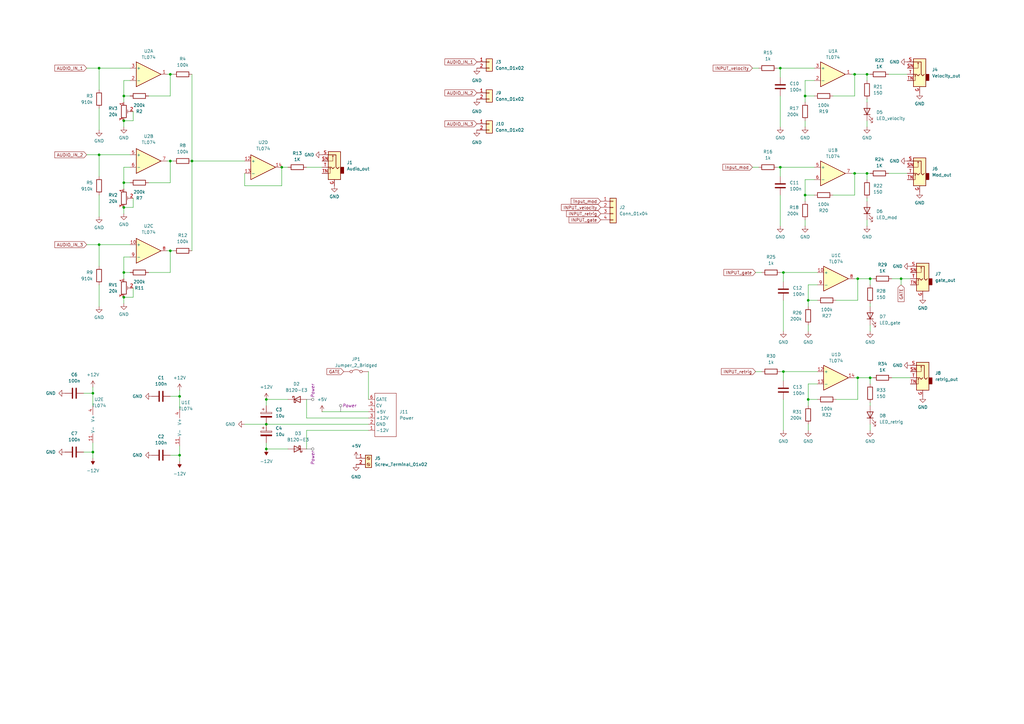
<source format=kicad_sch>
(kicad_sch (version 20231120) (generator "eeschema") (generator_version "8.0")
  (paper "A3")
  (lib_symbols
    (symbol "Amplifier_Operational:TL074" (pin_names (offset 0.127))
      (property "Reference" "U" (at 0 5.08 0))
      (property "Value" "TL074" (at 0 -5.08 0))
      (symbol "TL074_1_1"
        (polyline (pts (xy -5.08 5.08) (xy 5.08 0) (xy -5.08 -5.08) (xy -5.08 5.08)) (stroke (width 0.254)) (fill (type background)))
        (pin output line (at 7.62 0 180) (length 2.54) (name "~") (number "1"))
        (pin input line (at -7.62 -2.54 0) (length 2.54) (name "-") (number "2"))
        (pin input line (at -7.62 2.54 0) (length 2.54) (name "+") (number "3"))
      )
      (symbol "TL074_2_1"
        (polyline (pts (xy -5.08 5.08) (xy 5.08 0) (xy -5.08 -5.08) (xy -5.08 5.08)) (stroke (width 0.254)) (fill (type background)))
        (pin input line (at -7.62 2.54 0) (length 2.54) (name "+") (number "5"))
        (pin input line (at -7.62 -2.54 0) (length 2.54) (name "-") (number "6"))
        (pin output line (at 7.62 0 180) (length 2.54) (name "~") (number "7"))
      )
      (symbol "TL074_3_1"
        (polyline (pts (xy -5.08 5.08) (xy 5.08 0) (xy -5.08 -5.08) (xy -5.08 5.08)) (stroke (width 0.254)) (fill (type background)))
        (pin input line (at -7.62 2.54 0) (length 2.54) (name "+") (number "10"))
        (pin output line (at 7.62 0 180) (length 2.54) (name "~") (number "8"))
        (pin input line (at -7.62 -2.54 0) (length 2.54) (name "-") (number "9"))
      )
      (symbol "TL074_4_1"
        (polyline (pts (xy -5.08 5.08) (xy 5.08 0) (xy -5.08 -5.08) (xy -5.08 5.08)) (stroke (width 0.254)) (fill (type background)))
        (pin input line (at -7.62 2.54 0) (length 2.54) (name "+") (number "12"))
        (pin input line (at -7.62 -2.54 0) (length 2.54) (name "-") (number "13"))
        (pin output line (at 7.62 0 180) (length 2.54) (name "~") (number "14"))
      )
      (symbol "TL074_5_1"
        (pin power_in line (at -2.54 -7.62 90) (length 3.81) (name "V-") (number "11"))
        (pin power_in line (at -2.54 7.62 270) (length 3.81) (name "V+") (number "4"))
      )
    )
    (symbol "Connector:Screw_Terminal_01x02" (pin_names (offset 1.016) hide)
      (property "Reference" "J" (at 0 2.54 0))
      (property "Value" "Screw_Terminal_01x02" (at 0 -5.08 0))
      (symbol "Screw_Terminal_01x02_1_1"
        (rectangle (start -1.27 1.27) (end 1.27 -3.81) (stroke (width 0.254)) (fill (type background)))
        (circle (center 0 -2.54) (radius 0.635) (stroke (width 0.1524)))
        (polyline (pts (xy -0.5334 -2.2098) (xy 0.3302 -3.048)) (stroke (width 0.1524)))
        (polyline (pts (xy -0.5334 0.3302) (xy 0.3302 -0.508)) (stroke (width 0.1524)))
        (polyline (pts (xy -0.3556 -2.032) (xy 0.508 -2.8702)) (stroke (width 0.1524)))
        (polyline (pts (xy -0.3556 0.508) (xy 0.508 -0.3302)) (stroke (width 0.1524)))
        (circle (center 0 0) (radius 0.635) (stroke (width 0.1524)))
        (pin passive line (at -5.08 0 0) (length 3.81) (name "Pin_1") (number "1"))
        (pin passive line (at -5.08 -2.54 0) (length 3.81) (name "Pin_2") (number "2"))
      )
    )
    (symbol "Connector_Audio:AudioJack2_Ground_Switch"
      (property "Reference" "J" (at 0 11.43 0))
      (property "Value" "AudioJack2_Ground_Switch" (at 0 8.89 0))
      (symbol "AudioJack2_Ground_Switch_0_1"
        (rectangle (start -2.54 -2.54) (end -3.81 0) (stroke (width 0.254)) (fill (type outline)))
        (rectangle (start 2.54 6.35) (end -2.54 -5.08) (stroke (width 0.254)) (fill (type background)))
      )
      (symbol "AudioJack2_Ground_Switch_1_1"
        (polyline (pts (xy 0.635 4.826) (xy 0.889 4.318)))
        (polyline (pts (xy 1.778 -0.254) (xy 2.032 -0.762)))
        (polyline (pts (xy 0 0) (xy 0.635 -0.635) (xy 1.27 0) (xy 2.54 0)) (stroke (width 0.254)))
        (polyline (pts (xy 2.54 -2.54) (xy 1.778 -2.54) (xy 1.778 -0.254) (xy 1.524 -0.762)))
        (polyline (pts (xy 2.54 2.54) (xy 0.635 2.54) (xy 0.635 4.826) (xy 0.381 4.318)))
        (polyline (pts (xy 2.54 5.08) (xy -0.635 5.08) (xy -0.635 0) (xy -1.27 -0.635) (xy -1.905 0)) (stroke (width 0.254)))
        (pin passive line (at 0 -7.62 90) (length 2.54) (name "~") (number "G"))
        (pin passive line (at 5.08 5.08 180) (length 2.54) (name "~") (number "S"))
        (pin passive line (at 5.08 2.54 180) (length 2.54) (name "~") (number "SN"))
        (pin passive line (at 5.08 0 180) (length 2.54) (name "~") (number "T"))
        (pin passive line (at 5.08 -2.54 180) (length 2.54) (name "~") (number "TN"))
      )
    )
    (symbol "Connector_Generic:Conn_01x02" (pin_names (offset 1.016) hide)
      (property "Reference" "J" (at 0 2.54 0))
      (property "Value" "Conn_01x02" (at 0 -5.08 0))
      (symbol "Conn_01x02_1_1"
        (rectangle (start -1.27 -2.413) (end 0 -2.667) (stroke (width 0.1524)))
        (rectangle (start -1.27 0.127) (end 0 -0.127) (stroke (width 0.1524)))
        (rectangle (start -1.27 1.27) (end 1.27 -3.81) (stroke (width 0.254)) (fill (type background)))
        (pin passive line (at -5.08 0 0) (length 3.81) (name "Pin_1") (number "1"))
        (pin passive line (at -5.08 -2.54 0) (length 3.81) (name "Pin_2") (number "2"))
      )
    )
    (symbol "Connector_Generic:Conn_01x04" (pin_names (offset 1.016) hide)
      (property "Reference" "J" (at 0 5.08 0))
      (property "Value" "Conn_01x04" (at 0 -7.62 0))
      (symbol "Conn_01x04_1_1"
        (rectangle (start -1.27 -4.953) (end 0 -5.207) (stroke (width 0.1524)))
        (rectangle (start -1.27 -2.413) (end 0 -2.667) (stroke (width 0.1524)))
        (rectangle (start -1.27 0.127) (end 0 -0.127) (stroke (width 0.1524)))
        (rectangle (start -1.27 2.667) (end 0 2.413) (stroke (width 0.1524)))
        (rectangle (start -1.27 3.81) (end 1.27 -6.35) (stroke (width 0.254)) (fill (type background)))
        (pin passive line (at -5.08 2.54 0) (length 3.81) (name "Pin_1") (number "1"))
        (pin passive line (at -5.08 0 0) (length 3.81) (name "Pin_2") (number "2"))
        (pin passive line (at -5.08 -2.54 0) (length 3.81) (name "Pin_3") (number "3"))
        (pin passive line (at -5.08 -5.08 0) (length 3.81) (name "Pin_4") (number "4"))
      )
    )
    (symbol "Device:C" (pin_numbers hide) (pin_names (offset 0.254))
      (property "Reference" "C" (at 0.635 2.54 0))
      (property "Value" "C" (at 0.635 -2.54 0))
      (symbol "C_0_1"
        (polyline (pts (xy -2.032 -0.762) (xy 2.032 -0.762)) (stroke (width 0.508)))
        (polyline (pts (xy -2.032 0.762) (xy 2.032 0.762)) (stroke (width 0.508)))
      )
      (symbol "C_1_1"
        (pin passive line (at 0 3.81 270) (length 2.794) (name "~") (number "1"))
        (pin passive line (at 0 -3.81 90) (length 2.794) (name "~") (number "2"))
      )
    )
    (symbol "Device:C_Polarized" (pin_numbers hide) (pin_names (offset 0.254))
      (property "Reference" "C" (at 0.635 2.54 0))
      (property "Value" "C_Polarized" (at 0.635 -2.54 0))
      (symbol "C_Polarized_0_1"
        (rectangle (start -2.286 0.508) (end 2.286 1.016))
        (polyline (pts (xy -1.778 2.286) (xy -0.762 2.286)))
        (polyline (pts (xy -1.27 2.794) (xy -1.27 1.778)))
        (rectangle (start 2.286 -0.508) (end -2.286 -1.016) (fill (type outline)))
      )
      (symbol "C_Polarized_1_1"
        (pin passive line (at 0 3.81 270) (length 2.794) (name "~") (number "1"))
        (pin passive line (at 0 -3.81 90) (length 2.794) (name "~") (number "2"))
      )
    )
    (symbol "Device:LED" (pin_numbers hide) (pin_names (offset 1.016) hide)
      (property "Reference" "D" (at 0 2.54 0))
      (property "Value" "LED" (at 0 -2.54 0))
      (symbol "LED_0_1"
        (polyline (pts (xy -1.27 -1.27) (xy -1.27 1.27)) (stroke (width 0.254)))
        (polyline (pts (xy -1.27 0) (xy 1.27 0)))
        (polyline (pts (xy 1.27 -1.27) (xy 1.27 1.27) (xy -1.27 0) (xy 1.27 -1.27)) (stroke (width 0.254)))
        (polyline (pts (xy -3.048 -0.762) (xy -4.572 -2.286) (xy -3.81 -2.286) (xy -4.572 -2.286) (xy -4.572 -1.524)))
        (polyline (pts (xy -1.778 -0.762) (xy -3.302 -2.286) (xy -2.54 -2.286) (xy -3.302 -2.286) (xy -3.302 -1.524)))
      )
      (symbol "LED_1_1"
        (pin passive line (at -3.81 0 0) (length 2.54) (name "K") (number "1"))
        (pin passive line (at 3.81 0 180) (length 2.54) (name "A") (number "2"))
      )
    )
    (symbol "Device:R" (pin_numbers hide) (pin_names (offset 0))
      (property "Reference" "R" (at 2.032 0 90))
      (property "Value" "R" (at 0 0 90))
      (symbol "R_0_1"
        (rectangle (start -1.016 -2.54) (end 1.016 2.54) (stroke (width 0.254)))
      )
      (symbol "R_1_1"
        (pin passive line (at 0 3.81 270) (length 1.27) (name "~") (number "1"))
        (pin passive line (at 0 -3.81 90) (length 1.27) (name "~") (number "2"))
      )
    )
    (symbol "Device:R_Potentiometer_Trim" (pin_names (offset 1.016) hide)
      (property "Reference" "RV" (at -4.445 0 90))
      (property "Value" "R_Potentiometer_Trim" (at -2.54 0 90))
      (symbol "R_Potentiometer_Trim_0_1"
        (polyline (pts (xy 1.524 0.762) (xy 1.524 -0.762)))
        (polyline (pts (xy 2.54 0) (xy 1.524 0)))
        (rectangle (start 1.016 2.54) (end -1.016 -2.54) (stroke (width 0.254)))
      )
      (symbol "R_Potentiometer_Trim_1_1"
        (pin passive line (at 0 3.81 270) (length 1.27) (name "1") (number "1"))
        (pin passive line (at 3.81 0 180) (length 1.27) (name "2") (number "2"))
        (pin passive line (at 0 -3.81 90) (length 1.27) (name "3") (number "3"))
      )
    )
    (symbol "Diode:B120-E3" (pin_numbers hide) (pin_names hide)
      (property "Reference" "D" (at 0 2.54 0))
      (property "Value" "B120-E3" (at 0 -2.54 0))
      (symbol "B120-E3_0_1"
        (polyline (pts (xy 1.27 0) (xy -1.27 0)))
        (polyline (pts (xy 1.27 1.27) (xy 1.27 -1.27) (xy -1.27 0) (xy 1.27 1.27)) (stroke (width 0.254)))
        (polyline (pts (xy -1.905 0.635) (xy -1.905 1.27) (xy -1.27 1.27) (xy -1.27 -1.27) (xy -0.635 -1.27) (xy -0.635 -0.635)) (stroke (width 0.254)))
      )
      (symbol "B120-E3_1_1"
        (pin passive line (at -3.81 0 0) (length 2.54) (name "K") (number "1"))
        (pin passive line (at 3.81 0 180) (length 2.54) (name "A") (number "2"))
      )
    )
    (symbol "GND_1" (power) (pin_numbers hide) (pin_names (offset 0) hide)
      (property "Value" "GND" (at 0 -3.81 0))
      (symbol "GND_1_0_1"
        (polyline (pts (xy 0 0) (xy 0 -1.27) (xy 1.27 -1.27) (xy 0 -2.54) (xy -1.27 -1.27) (xy 0 -1.27)))
      )
      (symbol "GND_1_1_1"
        (pin power_in line (at 0 0 270) (length 0) (name "~") (number "1"))
      )
    )
    (symbol "Jumper:Jumper_2_Bridged" (pin_numbers hide) (pin_names (offset 0) hide) (exclude_from_sim yes)
      (property "Reference" "JP" (at 0 1.905 0))
      (property "Value" "Jumper_2_Bridged" (at 0 -2.54 0))
      (symbol "Jumper_2_Bridged_0_0"
        (circle (center -2.032 0) (radius 0.508))
        (circle (center 2.032 0) (radius 0.508))
      )
      (symbol "Jumper_2_Bridged_0_1"
        (arc (start 1.524 0.254) (mid 0 0.762) (end -1.524 0.254))
      )
      (symbol "Jumper_2_Bridged_1_1"
        (pin passive line (at -5.08 0 0) (length 2.54) (name "A") (number "1"))
        (pin passive line (at 5.08 0 180) (length 2.54) (name "B") (number "2"))
      )
    )
    (symbol "kosmo:Power-16"
      (property "Reference" "J" (at 0 10.16 0))
      (property "Value" "Power" (at 0 -11.43 0))
      (symbol "Power-16_0_1"
        (rectangle (start -3.81 8.89) (end 5.08 -8.89))
      )
      (symbol "Power-16_1_1"
        (pin power_out line (at -6.35 -6.35 0) (length 2.54) (name "-12V") (number "1"))
        (pin power_out line (at -6.35 -3.81 0) (length 2.54) (name "GND") (number "2"))
        (pin power_out line (at -6.35 -1.27 0) (length 2.54) (name "+12V") (number "3"))
        (pin power_out line (at -6.35 1.27 0) (length 2.54) (name "+5V") (number "4"))
        (pin bidirectional line (at -6.35 3.81 0) (length 2.54) (name "CV") (number "5"))
        (pin bidirectional line (at -6.35 6.35 0) (length 2.54) (name "GATE") (number "6"))
      )
    )
    (symbol "power:+12V" (power) (pin_numbers hide) (pin_names (offset 0) hide)
      (property "Value" "+12V" (at 0 3.556 0))
      (symbol "+12V_0_1"
        (polyline (pts (xy -0.762 1.27) (xy 0 2.54)))
        (polyline (pts (xy 0 0) (xy 0 2.54)))
        (polyline (pts (xy 0 2.54) (xy 0.762 1.27)))
      )
      (symbol "+12V_1_1"
        (pin power_in line (at 0 0 90) (length 0) (name "~") (number "1"))
      )
    )
    (symbol "power:+5V" (power) (pin_numbers hide) (pin_names (offset 0) hide)
      (property "Value" "+5V" (at 0 3.556 0))
      (symbol "+5V_0_1"
        (polyline (pts (xy -0.762 1.27) (xy 0 2.54)))
        (polyline (pts (xy 0 0) (xy 0 2.54)))
        (polyline (pts (xy 0 2.54) (xy 0.762 1.27)))
      )
      (symbol "+5V_1_1"
        (pin power_in line (at 0 0 90) (length 0) (name "~") (number "1"))
      )
    )
    (symbol "power:-12V" (power) (pin_names (offset 0))
      (property "Value" "-12V" (at 0 3.81 0))
      (symbol "-12V_0_0"
        (pin power_in line (at 0 0 90) (length 0) hide (name "-12V") (number "1"))
      )
      (symbol "-12V_0_1"
        (polyline (pts (xy 0 0) (xy 0 1.27) (xy 0.762 1.27) (xy 0 2.54) (xy -0.762 1.27) (xy 0 1.27)) (fill (type outline)))
      )
    )
    (symbol "power:GND" (power) (pin_names (offset 0))
      (property "Value" "GND" (at 0 -3.81 0))
      (symbol "GND_0_1"
        (polyline (pts (xy 0 0) (xy 0 -1.27) (xy 1.27 -1.27) (xy 0 -2.54) (xy -1.27 -1.27) (xy 0 -1.27)))
      )
      (symbol "GND_1_1"
        (pin power_in line (at 0 0 270) (length 0) hide (name "GND") (number "1"))
      )
    )
  )
  (junction (at 50.8 49.53))
  (junction (at 351.79 114.3))
  (junction (at 320.04 27.94))
  (junction (at 351.79 154.94))
  (junction (at 331.47 163.83))
  (junction (at 109.22 184.15))
  (junction (at 73.66 186.69))
  (junction (at 38.1 185.42))
  (junction (at 320.04 68.58))
  (junction (at 355.6 71.12))
  (junction (at 355.6 30.48))
  (junction (at 109.22 173.99))
  (junction (at 115.57 68.58))
  (junction (at 69.85 102.87))
  (junction (at 73.66 162.56))
  (junction (at 321.31 111.76))
  (junction (at 50.8 85.09))
  (junction (at 50.8 74.93))
  (junction (at 50.8 121.92))
  (junction (at 50.8 39.37))
  (junction (at 50.8 111.76))
  (junction (at 69.85 30.48))
  (junction (at 356.87 154.94))
  (junction (at 350.52 30.48))
  (junction (at 356.87 114.3))
  (junction (at 321.31 152.4))
  (junction (at 78.74 66.04))
  (junction (at 38.1 161.29))
  (junction (at 40.64 100.33))
  (junction (at 109.22 163.83))
  (junction (at 330.2 39.37))
  (junction (at 40.64 63.5))
  (junction (at 369.57 114.3))
  (junction (at 331.47 123.19))
  (junction (at 350.52 71.12))
  (junction (at 69.85 66.04))
  (junction (at 330.2 80.01))
  (junction (at 40.64 27.94))
  (wire (pts (xy 115.57 76.2) (xy 115.57 68.58)))
  (wire (pts (xy 54.61 118.11) (xy 54.61 121.92)))
  (wire (pts (xy 330.2 39.37) (xy 330.2 41.91)))
  (wire (pts (xy 50.8 39.37) (xy 50.8 41.91)))
  (wire (pts (xy 351.79 114.3) (xy 351.79 123.19)))
  (wire (pts (xy 308.61 68.58) (xy 311.15 68.58)))
  (wire (pts (xy 355.6 40.64) (xy 355.6 41.91)))
  (wire (pts (xy 69.85 66.04) (xy 71.12 66.04)))
  (wire (pts (xy 54.61 45.72) (xy 54.61 49.53)))
  (wire (pts (xy 335.28 157.48) (xy 331.47 157.48)))
  (wire (pts (xy 351.79 154.94) (xy 356.87 154.94)))
  (wire (pts (xy 320.04 152.4) (xy 321.31 152.4)))
  (wire (pts (xy 60.96 111.76) (xy 69.85 111.76)))
  (wire (pts (xy 320.04 27.94) (xy 334.01 27.94)))
  (wire (pts (xy 355.6 73.66) (xy 355.6 71.12)))
  (wire (pts (xy 125.73 171.45) (xy 151.13 171.45)))
  (wire (pts (xy 50.8 111.76) (xy 53.34 111.76)))
  (wire (pts (xy 331.47 123.19) (xy 335.28 123.19)))
  (wire (pts (xy 100.33 71.12) (xy 100.33 76.2)))
  (wire (pts (xy 34.29 185.42) (xy 38.1 185.42)))
  (wire (pts (xy 125.73 68.58) (xy 132.08 68.58)))
  (wire (pts (xy 69.85 102.87) (xy 69.85 111.76)))
  (wire (pts (xy 331.47 157.48) (xy 331.47 163.83)))
  (wire (pts (xy 132.08 168.91) (xy 151.13 168.91)))
  (wire (pts (xy 40.64 80.01) (xy 40.64 88.9)))
  (wire (pts (xy 60.96 39.37) (xy 69.85 39.37)))
  (wire (pts (xy 355.6 71.12) (xy 356.87 71.12)))
  (wire (pts (xy 350.52 71.12) (xy 355.6 71.12)))
  (wire (pts (xy 38.1 158.75) (xy 38.1 161.29)))
  (wire (pts (xy 355.6 81.28) (xy 355.6 82.55)))
  (wire (pts (xy 364.49 71.12) (xy 372.11 71.12)))
  (wire (pts (xy 54.61 85.09) (xy 50.8 85.09)))
  (wire (pts (xy 73.66 189.23) (xy 73.66 186.69)))
  (wire (pts (xy 321.31 163.83) (xy 321.31 176.53)))
  (wire (pts (xy 53.34 33.02) (xy 50.8 33.02)))
  (wire (pts (xy 109.22 163.83) (xy 109.22 166.37)))
  (wire (pts (xy 53.34 68.58) (xy 50.8 68.58)))
  (wire (pts (xy 50.8 49.53) (xy 50.8 52.07)))
  (wire (pts (xy 69.85 30.48) (xy 71.12 30.48)))
  (wire (pts (xy 308.61 27.94) (xy 311.15 27.94)))
  (wire (pts (xy 125.73 176.53) (xy 125.73 184.15)))
  (wire (pts (xy 335.28 116.84) (xy 331.47 116.84)))
  (wire (pts (xy 69.85 102.87) (xy 71.12 102.87)))
  (wire (pts (xy 50.8 85.09) (xy 50.8 87.63)))
  (wire (pts (xy 54.61 121.92) (xy 50.8 121.92)))
  (wire (pts (xy 334.01 33.02) (xy 330.2 33.02)))
  (wire (pts (xy 318.77 68.58) (xy 320.04 68.58)))
  (wire (pts (xy 349.25 30.48) (xy 350.52 30.48)))
  (wire (pts (xy 109.22 173.99) (xy 151.13 173.99)))
  (wire (pts (xy 50.8 33.02) (xy 50.8 39.37)))
  (wire (pts (xy 40.64 44.45) (xy 40.64 53.34)))
  (wire (pts (xy 40.64 63.5) (xy 53.34 63.5)))
  (wire (pts (xy 342.9 123.19) (xy 351.79 123.19)))
  (wire (pts (xy 321.31 123.19) (xy 321.31 135.89)))
  (wire (pts (xy 109.22 181.61) (xy 109.22 184.15)))
  (wire (pts (xy 78.74 30.48) (xy 78.74 66.04)))
  (wire (pts (xy 331.47 123.19) (xy 331.47 125.73)))
  (wire (pts (xy 349.25 71.12) (xy 350.52 71.12)))
  (wire (pts (xy 351.79 114.3) (xy 356.87 114.3)))
  (wire (pts (xy 356.87 124.46) (xy 356.87 125.73)))
  (wire (pts (xy 73.66 162.56) (xy 73.66 167.64)))
  (wire (pts (xy 100.33 76.2) (xy 115.57 76.2)))
  (wire (pts (xy 35.56 27.94) (xy 40.64 27.94)))
  (wire (pts (xy 69.85 162.56) (xy 73.66 162.56)))
  (wire (pts (xy 334.01 73.66) (xy 330.2 73.66)))
  (wire (pts (xy 356.87 116.84) (xy 356.87 114.3)))
  (wire (pts (xy 365.76 154.94) (xy 373.38 154.94)))
  (wire (pts (xy 330.2 80.01) (xy 334.01 80.01)))
  (wire (pts (xy 342.9 163.83) (xy 351.79 163.83)))
  (wire (pts (xy 40.64 116.84) (xy 40.64 125.73)))
  (wire (pts (xy 320.04 68.58) (xy 334.01 68.58)))
  (wire (pts (xy 69.85 30.48) (xy 69.85 39.37)))
  (wire (pts (xy 50.8 111.76) (xy 50.8 114.3)))
  (wire (pts (xy 309.88 152.4) (xy 312.42 152.4)))
  (wire (pts (xy 365.76 114.3) (xy 369.57 114.3)))
  (wire (pts (xy 330.2 39.37) (xy 334.01 39.37)))
  (wire (pts (xy 321.31 152.4) (xy 335.28 152.4)))
  (wire (pts (xy 341.63 39.37) (xy 350.52 39.37)))
  (wire (pts (xy 355.6 90.17) (xy 355.6 92.71)))
  (wire (pts (xy 50.8 68.58) (xy 50.8 74.93)))
  (wire (pts (xy 73.66 160.02) (xy 73.66 162.56)))
  (wire (pts (xy 364.49 30.48) (xy 372.11 30.48)))
  (wire (pts (xy 355.6 33.02) (xy 355.6 30.48)))
  (wire (pts (xy 356.87 133.35) (xy 356.87 135.89)))
  (wire (pts (xy 331.47 163.83) (xy 335.28 163.83)))
  (wire (pts (xy 50.8 74.93) (xy 53.34 74.93)))
  (wire (pts (xy 330.2 80.01) (xy 330.2 82.55)))
  (wire (pts (xy 40.64 100.33) (xy 53.34 100.33)))
  (wire (pts (xy 331.47 135.89) (xy 331.47 133.35)))
  (wire (pts (xy 341.63 80.01) (xy 350.52 80.01)))
  (wire (pts (xy 350.52 114.3) (xy 351.79 114.3)))
  (wire (pts (xy 40.64 63.5) (xy 40.64 72.39)))
  (wire (pts (xy 68.58 30.48) (xy 69.85 30.48)))
  (wire (pts (xy 321.31 111.76) (xy 335.28 111.76)))
  (wire (pts (xy 151.13 152.4) (xy 151.13 163.83)))
  (wire (pts (xy 40.64 27.94) (xy 40.64 36.83)))
  (wire (pts (xy 35.56 63.5) (xy 40.64 63.5)))
  (wire (pts (xy 331.47 163.83) (xy 331.47 166.37)))
  (wire (pts (xy 50.8 39.37) (xy 53.34 39.37)))
  (wire (pts (xy 320.04 68.58) (xy 320.04 72.39)))
  (wire (pts (xy 115.57 68.58) (xy 118.11 68.58)))
  (wire (pts (xy 330.2 33.02) (xy 330.2 39.37)))
  (wire (pts (xy 125.73 176.53) (xy 151.13 176.53)))
  (wire (pts (xy 35.56 100.33) (xy 40.64 100.33)))
  (wire (pts (xy 38.1 161.29) (xy 38.1 166.37)))
  (wire (pts (xy 321.31 152.4) (xy 321.31 156.21)))
  (wire (pts (xy 125.73 163.83) (xy 125.73 171.45)))
  (wire (pts (xy 34.29 161.29) (xy 38.1 161.29)))
  (wire (pts (xy 356.87 157.48) (xy 356.87 154.94)))
  (wire (pts (xy 109.22 184.15) (xy 118.11 184.15)))
  (wire (pts (xy 350.52 30.48) (xy 350.52 39.37)))
  (wire (pts (xy 331.47 176.53) (xy 331.47 173.99)))
  (wire (pts (xy 369.57 114.3) (xy 373.38 114.3)))
  (wire (pts (xy 350.52 30.48) (xy 355.6 30.48)))
  (wire (pts (xy 351.79 154.94) (xy 351.79 163.83)))
  (wire (pts (xy 356.87 114.3) (xy 358.14 114.3)))
  (wire (pts (xy 73.66 186.69) (xy 73.66 182.88)))
  (wire (pts (xy 356.87 173.99) (xy 356.87 176.53)))
  (wire (pts (xy 54.61 81.28) (xy 54.61 85.09)))
  (wire (pts (xy 309.88 111.76) (xy 312.42 111.76)))
  (wire (pts (xy 330.2 92.71) (xy 330.2 90.17)))
  (wire (pts (xy 100.33 173.99) (xy 109.22 173.99)))
  (wire (pts (xy 78.74 66.04) (xy 78.74 102.87)))
  (wire (pts (xy 320.04 111.76) (xy 321.31 111.76)))
  (wire (pts (xy 69.85 66.04) (xy 69.85 74.93)))
  (wire (pts (xy 38.1 187.96) (xy 38.1 185.42)))
  (wire (pts (xy 355.6 49.53) (xy 355.6 52.07)))
  (wire (pts (xy 320.04 39.37) (xy 320.04 52.07)))
  (wire (pts (xy 50.8 105.41) (xy 50.8 111.76)))
  (wire (pts (xy 68.58 102.87) (xy 69.85 102.87)))
  (wire (pts (xy 50.8 74.93) (xy 50.8 77.47)))
  (wire (pts (xy 68.58 66.04) (xy 69.85 66.04)))
  (wire (pts (xy 38.1 185.42) (xy 38.1 181.61)))
  (wire (pts (xy 331.47 116.84) (xy 331.47 123.19)))
  (wire (pts (xy 69.85 186.69) (xy 73.66 186.69)))
  (wire (pts (xy 54.61 49.53) (xy 50.8 49.53)))
  (wire (pts (xy 109.22 163.83) (xy 118.11 163.83)))
  (wire (pts (xy 321.31 111.76) (xy 321.31 115.57)))
  (wire (pts (xy 350.52 154.94) (xy 351.79 154.94)))
  (wire (pts (xy 320.04 80.01) (xy 320.04 92.71)))
  (wire (pts (xy 320.04 27.94) (xy 320.04 31.75)))
  (wire (pts (xy 330.2 73.66) (xy 330.2 80.01)))
  (wire (pts (xy 369.57 114.3) (xy 369.57 116.84)))
  (wire (pts (xy 78.74 66.04) (xy 100.33 66.04)))
  (wire (pts (xy 318.77 27.94) (xy 320.04 27.94)))
  (wire (pts (xy 330.2 52.07) (xy 330.2 49.53)))
  (wire (pts (xy 40.64 100.33) (xy 40.64 109.22)))
  (wire (pts (xy 53.34 105.41) (xy 50.8 105.41)))
  (wire (pts (xy 356.87 165.1) (xy 356.87 166.37)))
  (wire (pts (xy 350.52 71.12) (xy 350.52 80.01)))
  (wire (pts (xy 60.96 74.93) (xy 69.85 74.93)))
  (wire (pts (xy 355.6 30.48) (xy 356.87 30.48)))
  (wire (pts (xy 356.87 154.94) (xy 358.14 154.94)))
  (wire (pts (xy 50.8 121.92) (xy 50.8 124.46)))
  (wire (pts (xy 40.64 27.94) (xy 53.34 27.94)))
  (global_label "INPUT_gate" (shape input) (at 246.38 90.17 180) (property "Intersheetrefs" "${INTERSHEET_REFS}" (effects (hide yes))))
  (global_label "INPUT_retrig" (shape input) (at 246.38 87.63 180) (property "Intersheetrefs" "${INTERSHEET_REFS}" (effects (hide yes))))
  (global_label "INPUT_velocity" (shape input) (at 246.38 85.09 180) (property "Intersheetrefs" "${INTERSHEET_REFS}" (effects (hide yes))))
  (global_label "AUDIO_IN_3" (shape input) (at 35.56 100.33 180) (property "Intersheetrefs" "${INTERSHEET_REFS}" (effects (hide yes))))
  (global_label "AUDIO_IN_2" (shape input) (at 195.58 38.1 180) (property "Intersheetrefs" "${INTERSHEET_REFS}" (effects (hide yes))))
  (global_label "input_mod" (shape input) (at 308.61 68.58 180) (property "Intersheetrefs" "${INTERSHEET_REFS}" (effects (hide yes))))
  (global_label "INPUT_velocity" (shape input) (at 308.61 27.94 180) (property "Intersheetrefs" "${INTERSHEET_REFS}" (effects (hide yes))))
  (global_label "GATE" (shape input) (at 140.97 152.4 180) (property "Intersheetrefs" "${INTERSHEET_REFS}" (effects (hide yes))))
  (global_label "AUDIO_IN_1" (shape input) (at 35.56 27.94 180) (property "Intersheetrefs" "${INTERSHEET_REFS}" (effects (hide yes))))
  (global_label "GATE" (shape input) (at 369.57 116.84 270) (property "Intersheetrefs" "${INTERSHEET_REFS}" (effects (hide yes))))
  (global_label "AUDIO_IN_3" (shape input) (at 195.58 50.8 180) (property "Intersheetrefs" "${INTERSHEET_REFS}" (effects (hide yes))))
  (global_label "input_mod" (shape input) (at 246.38 82.55 180) (property "Intersheetrefs" "${INTERSHEET_REFS}" (effects (hide yes))))
  (global_label "AUDIO_IN_1" (shape input) (at 195.58 25.4 180) (property "Intersheetrefs" "${INTERSHEET_REFS}" (effects (hide yes))))
  (global_label "INPUT_gate" (shape input) (at 309.88 111.76 180) (property "Intersheetrefs" "${INTERSHEET_REFS}" (effects (hide yes))))
  (global_label "AUDIO_IN_2" (shape input) (at 35.56 63.5 180) (property "Intersheetrefs" "${INTERSHEET_REFS}" (effects (hide yes))))
  (global_label "INPUT_retrig" (shape input) (at 309.88 152.4 180) (property "Intersheetrefs" "${INTERSHEET_REFS}" (effects (hide yes))))
  (netclass_flag "" (length 2.54) (shape round) (at 125.73 184.15 270) (property "Netclass" "Power" (at 128.27 184.8485 90) (effects (font (italic yes)) (justify right))))
  (netclass_flag "" (length 2.54) (shape round) (at 125.73 163.83 270) (property "Netclass" "Power" (at 128.27 163.1315 90) (effects (font (italic yes)) (justify left))))
  (netclass_flag "" (length 2.54) (shape round) (at 139.7 168.91 0) (property "Netclass" "Power" (at 140.3985 166.37 0) (effects (font (italic yes)) (justify left))))
  (symbol (lib_id "Amplifier_Operational:TL074") (at 342.9 154.94 0) (unit 4)
    (property "Reference" "U1" (at 342.9 145.415 0))
    (property "Value" "TL074" (at 342.9 147.955 0))
    (property "Footprint" "Package_DIP:DIP-14_W7.62mm" (effects (hide yes)))
    (property "Datasheet" "http://www.ti.com/lit/ds/symlink/tl071.pdf" (effects (hide yes)))
  )
  (symbol (lib_id "kosmo:Power-16") (at 157.48 170.18 0) (unit 1)
    (property "Reference" "J11" (at 163.83 168.9099 0) (effects (justify left)))
    (property "Value" "Power" (at 163.83 171.4499 0) (effects (justify left)))
    (property "Footprint" "kosmo:Power 16 Pin" (effects (hide yes)))
  )
  (symbol (lib_id "Amplifier_Operational:TL074") (at 107.95 68.58 0) (unit 4)
    (property "Reference" "U2" (at 107.95 58.42 0))
    (property "Value" "TL074" (at 107.95 60.96 0))
    (property "Datasheet" "http://www.ti.com/lit/ds/symlink/tl071.pdf" (effects (hide yes)))
    (property "Description" "Quad Low-Noise JFET-Input Operational Amplifiers, DIP-14/SOIC-14" (effects (hide yes)))
  )
  (symbol (lib_id "Connector_Generic:Conn_01x02") (at 200.66 25.4 0) (unit 1)
    (property "Reference" "J3" (at 203.2 25.3999 0) (effects (justify left)))
    (property "Value" "Conn_01x02" (at 203.2 27.9399 0) (effects (justify left)))
    (property "Footprint" "Connector_JST:JST_XH_B2B-XH-A_1x02_P2.50mm_Vertical" (effects (hide yes)))
    (property "Description" "Generic connector, single row, 01x02, script generated (kicad-library-utils/schlib/autogen/connector/)" (effects (hide yes)))
  )
  (symbol (lib_id "Device:LED") (at 355.6 45.72 90) (unit 1)
    (property "Reference" "D5" (at 359.41 46.0374 90) (effects (justify right)))
    (property "Value" "LED_velocity" (at 359.41 48.5774 90) (effects (justify right)))
    (property "Footprint" "kosmo:LED_5mm_side_centered" (effects (hide yes)))
    (property "Description" "Light emitting diode" (effects (hide yes)))
  )
  (symbol (lib_id "Device:R") (at 360.68 71.12 90) (unit 1)
    (property "Reference" "R24" (at 360.68 65.405 90))
    (property "Value" "1K" (at 360.68 67.945 90))
    (property "Footprint" "Resistor_SMD:R_1206_3216Metric_Pad1.30x1.75mm_HandSolder" (effects (hide yes)))
  )
  (symbol (lib_id "Connector_Generic:Conn_01x02") (at 200.66 38.1 0) (unit 1)
    (property "Reference" "J9" (at 203.2 38.0999 0) (effects (justify left)))
    (property "Value" "Conn_01x02" (at 203.2 40.6399 0) (effects (justify left)))
    (property "Footprint" "Connector_JST:JST_XH_B2B-XH-A_1x02_P2.50mm_Vertical" (effects (hide yes)))
    (property "Description" "Generic connector, single row, 01x02, script generated (kicad-library-utils/schlib/autogen/connector/)" (effects (hide yes)))
  )
  (symbol (lib_name "GND_1") (lib_id "power:GND") (at 195.58 40.64 0) (unit 1)
    (property "Reference" "#PWR021" (effects (hide yes)))
    (property "Value" "GND" (at 195.58 45.72 0))
    (property "Description" "Power symbol creates a global label with name \"GND\" , ground" (effects (hide yes)))
  )
  (symbol (lib_id "power:GND") (at 62.23 162.56 270) (unit 1)
    (property "Reference" "#PWR06" (effects (hide yes)))
    (property "Value" "GND" (at 58.42 162.5599 90) (effects (justify right)))
  )
  (symbol (lib_id "Device:R") (at 74.93 30.48 90) (unit 1)
    (property "Reference" "R4" (at 74.93 24.13 90))
    (property "Value" "100k" (at 74.93 26.67 90))
    (property "Footprint" "Resistor_SMD:R_1206_3216Metric_Pad1.30x1.75mm_HandSolder" (effects (hide yes)))
  )
  (symbol (lib_id "power:GND") (at 146.05 190.5 0) (unit 1)
    (property "Reference" "#PWR045" (effects (hide yes)))
    (property "Value" "GND" (at 146.05 195.58 0))
  )
  (symbol (lib_id "Device:R_Potentiometer_Trim") (at 50.8 81.28 0) (unit 1)
    (property "Reference" "RV2" (at 48.26 80.0099 0) (effects (justify right)))
    (property "Value" "20k" (at 48.26 82.5499 0) (effects (justify right)))
    (property "Footprint" "Potentiometer_THT:Potentiometer_Bourns_3296W_Vertical" (effects (hide yes)))
    (property "Description" "Trim-potentiometer" (effects (hide yes)))
  )
  (symbol (lib_id "Device:R") (at 361.95 114.3 90) (unit 1)
    (property "Reference" "R29" (at 361.95 108.585 90))
    (property "Value" "1K" (at 361.95 111.125 90))
    (property "Footprint" "Resistor_SMD:R_1206_3216Metric_Pad1.30x1.75mm_HandSolder" (effects (hide yes)))
  )
  (symbol (lib_id "power:-12V") (at 109.22 184.15 180) (unit 1)
    (property "Reference" "#PWR012" (effects (hide yes)))
    (property "Value" "-12V" (at 109.22 189.23 0))
  )
  (symbol (lib_id "Device:R") (at 121.92 68.58 90) (unit 1)
    (property "Reference" "R13" (at 121.92 62.865 90))
    (property "Value" "1K" (at 121.92 65.405 90))
    (property "Footprint" "Resistor_SMD:R_1206_3216Metric_Pad1.30x1.75mm_HandSolder" (effects (hide yes)))
  )
  (symbol (lib_id "Device:R") (at 314.96 68.58 90) (unit 1)
    (property "Reference" "R16" (at 314.96 62.23 90))
    (property "Value" "1k" (at 314.96 64.77 90))
    (property "Footprint" "Resistor_SMD:R_1206_3216Metric_Pad1.30x1.75mm_HandSolder" (effects (hide yes)))
    (property "Description" "Resistor" (effects (hide yes)))
  )
  (symbol (lib_id "Connector_Audio:AudioJack2_Ground_Switch") (at 377.19 71.12 0) (mirror y) (unit 1)
    (property "Reference" "J6" (at 382.27 69.2149 0) (effects (justify right)))
    (property "Value" "Mod_out" (at 382.27 71.7549 0) (effects (justify right)))
    (property "Footprint" "kosmo:jack-neutrik-horizontal" (effects (hide yes)))
  )
  (symbol (lib_id "Amplifier_Operational:TL074") (at 60.96 30.48 0) (unit 1)
    (property "Reference" "U2" (at 60.96 20.955 0))
    (property "Value" "TL074" (at 60.96 23.495 0))
    (property "Footprint" "Package_DIP:DIP-14_W7.62mm" (effects (hide yes)))
    (property "Datasheet" "http://www.ti.com/lit/ds/symlink/tl071.pdf" (effects (hide yes)))
  )
  (symbol (lib_id "power:GND") (at 50.8 52.07 0) (unit 1)
    (property "Reference" "#PWR01" (effects (hide yes)))
    (property "Value" "GND" (at 50.8 56.515 0))
  )
  (symbol (lib_id "power:GND") (at 355.6 92.71 0) (unit 1)
    (property "Reference" "#PWR030" (effects (hide yes)))
    (property "Value" "GND" (at 355.6 97.155 0))
  )
  (symbol (lib_id "Device:R") (at 74.93 102.87 90) (unit 1)
    (property "Reference" "R12" (at 74.93 96.52 90))
    (property "Value" "100k" (at 74.93 99.06 90))
    (property "Footprint" "Resistor_SMD:R_1206_3216Metric_Pad1.30x1.75mm_HandSolder" (effects (hide yes)))
  )
  (symbol (lib_id "Device:R") (at 57.15 74.93 270) (unit 1)
    (property "Reference" "R7" (at 57.15 81.28 90))
    (property "Value" "200k" (at 57.15 78.74 90))
    (property "Footprint" "Resistor_SMD:R_1206_3216Metric_Pad1.30x1.75mm_HandSolder" (effects (hide yes)))
  )
  (symbol (lib_id "Device:C") (at 321.31 119.38 0) (unit 1)
    (property "Reference" "C12" (at 325.12 118.1099 0) (effects (justify left)))
    (property "Value" "100n" (at 325.12 120.6499 0) (effects (justify left)))
    (property "Footprint" "Capacitor_SMD:C_1206_3216Metric_Pad1.33x1.80mm_HandSolder" (effects (hide yes)))
    (property "Description" "Unpolarized capacitor" (effects (hide yes)))
  )
  (symbol (lib_id "Device:R") (at 331.47 170.18 0) (mirror y) (unit 1)
    (property "Reference" "R31" (at 328.93 168.91 0) (effects (justify left)))
    (property "Value" "200k" (at 328.93 171.45 0) (effects (justify left)))
    (property "Footprint" "Resistor_SMD:R_1206_3216Metric_Pad1.30x1.75mm_HandSolder" (effects (hide yes)))
  )
  (symbol (lib_name "GND_1") (lib_id "power:GND") (at 195.58 53.34 0) (unit 1)
    (property "Reference" "#PWR022" (effects (hide yes)))
    (property "Value" "GND" (at 195.58 58.42 0))
    (property "Description" "Power symbol creates a global label with name \"GND\" , ground" (effects (hide yes)))
  )
  (symbol (lib_id "Device:R") (at 314.96 27.94 90) (unit 1)
    (property "Reference" "R15" (at 314.96 21.59 90))
    (property "Value" "1k" (at 314.96 24.13 90))
    (property "Footprint" "Resistor_SMD:R_1206_3216Metric_Pad1.30x1.75mm_HandSolder" (effects (hide yes)))
    (property "Description" "Resistor" (effects (hide yes)))
  )
  (symbol (lib_id "Diode:B120-E3") (at 121.92 184.15 180) (unit 1)
    (property "Reference" "D3" (at 122.2375 177.8 0))
    (property "Value" "B120-E3" (at 122.2375 180.34 0))
    (property "Footprint" "Diode_SMD:D_SMA" (effects (hide yes)))
    (property "Datasheet" "http://www.vishay.com/docs/88946/b120.pdf" (effects (hide yes)))
  )
  (symbol (lib_id "power:-12V") (at 73.66 189.23 180) (unit 1)
    (property "Reference" "#PWR09" (effects (hide yes)))
    (property "Value" "-12V" (at 73.66 194.31 0))
  )
  (symbol (lib_id "Diode:B120-E3") (at 121.92 163.83 0) (unit 1)
    (property "Reference" "D2" (at 121.6025 157.48 0))
    (property "Value" "B120-E3" (at 121.6025 160.02 0))
    (property "Footprint" "Diode_SMD:D_SMA" (effects (hide yes)))
    (property "Datasheet" "http://www.vishay.com/docs/88946/b120.pdf" (effects (hide yes)))
  )
  (symbol (lib_id "Amplifier_Operational:TL074") (at 341.63 71.12 0) (unit 2)
    (property "Reference" "U1" (at 341.63 61.595 0))
    (property "Value" "TL074" (at 341.63 64.135 0))
    (property "Footprint" "Package_DIP:DIP-14_W7.62mm" (effects (hide yes)))
    (property "Datasheet" "http://www.ti.com/lit/ds/symlink/tl071.pdf" (effects (hide yes)))
  )
  (symbol (lib_id "Device:R") (at 360.68 30.48 90) (unit 1)
    (property "Reference" "R23" (at 360.68 24.765 90))
    (property "Value" "1K" (at 360.68 27.305 90))
    (property "Footprint" "Resistor_SMD:R_1206_3216Metric_Pad1.30x1.75mm_HandSolder" (effects (hide yes)))
  )
  (symbol (lib_id "Amplifier_Operational:TL074") (at 60.96 102.87 0) (unit 3)
    (property "Reference" "U2" (at 60.96 92.71 0))
    (property "Value" "TL074" (at 60.96 95.25 0))
    (property "Datasheet" "http://www.ti.com/lit/ds/symlink/tl071.pdf" (effects (hide yes)))
    (property "Description" "Quad Low-Noise JFET-Input Operational Amplifiers, DIP-14/SOIC-14" (effects (hide yes)))
  )
  (symbol (lib_id "Device:R") (at 356.87 161.29 180) (unit 1)
    (property "Reference" "R33" (at 359.41 160.0199 0) (effects (justify right)))
    (property "Value" "150" (at 359.41 162.5599 0) (effects (justify right)))
    (property "Footprint" "Resistor_SMD:R_1206_3216Metric_Pad1.30x1.75mm_HandSolder" (effects (hide yes)))
  )
  (symbol (lib_id "power:GND") (at 132.08 63.5 270) (unit 1)
    (property "Reference" "#PWR03" (effects (hide yes)))
    (property "Value" "GND" (at 128.905 63.5 90) (effects (justify right)))
  )
  (symbol (lib_id "power:GND") (at 321.31 176.53 0) (unit 1)
    (property "Reference" "#PWR040" (effects (hide yes)))
    (property "Value" "GND" (at 321.31 180.975 0))
  )
  (symbol (lib_id "power:GND") (at 372.11 66.04 270) (unit 1)
    (property "Reference" "#PWR032" (effects (hide yes)))
    (property "Value" "GND" (at 368.935 66.04 90) (effects (justify right)))
  )
  (symbol (lib_id "power:GND") (at 40.64 53.34 0) (unit 1)
    (property "Reference" "#PWR015" (effects (hide yes)))
    (property "Value" "GND" (at 40.64 57.785 0))
  )
  (symbol (lib_id "power:GND") (at 331.47 176.53 0) (unit 1)
    (property "Reference" "#PWR041" (effects (hide yes)))
    (property "Value" "GND" (at 331.47 180.975 0))
  )
  (symbol (lib_id "power:GND") (at 373.38 109.22 270) (unit 1)
    (property "Reference" "#PWR038" (effects (hide yes)))
    (property "Value" "GND" (at 370.205 109.22 90) (effects (justify right)))
  )
  (symbol (lib_id "Amplifier_Operational:TL074") (at 76.2 175.26 0) (unit 5)
    (property "Reference" "U1" (at 76.2 165.1 0))
    (property "Value" "TL074" (at 76.2 167.64 0))
    (property "Footprint" "Package_DIP:DIP-14_W7.62mm" (effects (hide yes)))
    (property "Datasheet" "http://www.ti.com/lit/ds/symlink/tl071.pdf" (effects (hide yes)))
  )
  (symbol (lib_id "power:GND") (at 355.6 52.07 0) (unit 1)
    (property "Reference" "#PWR029" (effects (hide yes)))
    (property "Value" "GND" (at 355.6 56.515 0))
  )
  (symbol (lib_id "Device:R") (at 316.23 152.4 90) (unit 1)
    (property "Reference" "R30" (at 316.23 146.05 90))
    (property "Value" "1k" (at 316.23 148.59 90))
    (property "Footprint" "Resistor_SMD:R_1206_3216Metric_Pad1.30x1.75mm_HandSolder" (effects (hide yes)))
    (property "Description" "Resistor" (effects (hide yes)))
  )
  (symbol (lib_name "GND_1") (lib_id "power:GND") (at 195.58 27.94 0) (unit 1)
    (property "Reference" "#PWR020" (effects (hide yes)))
    (property "Value" "GND" (at 195.58 33.02 0))
    (property "Description" "Power symbol creates a global label with name \"GND\" , ground" (effects (hide yes)))
  )
  (symbol (lib_id "power:GND") (at 320.04 92.71 0) (unit 1)
    (property "Reference" "#PWR026" (effects (hide yes)))
    (property "Value" "GND" (at 320.04 97.155 0))
  )
  (symbol (lib_id "Connector_Generic:Conn_01x04") (at 251.46 85.09 0) (unit 1)
    (property "Reference" "J2" (at 254 85.0899 0) (effects (justify left)))
    (property "Value" "Conn_01x04" (at 254 87.6299 0) (effects (justify left)))
    (property "Footprint" "Connector_JST:JST_XH_B4B-XH-A_1x04_P2.50mm_Vertical" (effects (hide yes)))
    (property "Description" "Generic connector, single row, 01x04, script generated (kicad-library-utils/schlib/autogen/connector/)" (effects (hide yes)))
  )
  (symbol (lib_id "power:GND") (at 373.38 149.86 270) (unit 1)
    (property "Reference" "#PWR043" (effects (hide yes)))
    (property "Value" "GND" (at 370.205 149.86 90) (effects (justify right)))
  )
  (symbol (lib_id "Device:R") (at 40.64 113.03 0) (mirror y) (unit 1)
    (property "Reference" "R9" (at 38.1 111.76 0) (effects (justify left)))
    (property "Value" "910k" (at 38.1 114.3 0) (effects (justify left)))
    (property "Footprint" "Resistor_SMD:R_1206_3216Metric_Pad1.30x1.75mm_HandSolder" (effects (hide yes)))
  )
  (symbol (lib_id "Device:R") (at 57.15 39.37 270) (unit 1)
    (property "Reference" "R2" (at 57.15 45.72 90))
    (property "Value" "200k" (at 57.15 43.18 90))
    (property "Footprint" "Resistor_SMD:R_1206_3216Metric_Pad1.30x1.75mm_HandSolder" (effects (hide yes)))
  )
  (symbol (lib_id "Device:C") (at 320.04 35.56 0) (unit 1)
    (property "Reference" "C10" (at 323.85 34.2899 0) (effects (justify left)))
    (property "Value" "100n" (at 323.85 36.8299 0) (effects (justify left)))
    (property "Footprint" "Capacitor_SMD:C_1206_3216Metric_Pad1.33x1.80mm_HandSolder" (effects (hide yes)))
    (property "Description" "Unpolarized capacitor" (effects (hide yes)))
  )
  (symbol (lib_id "Device:R") (at 74.93 66.04 90) (unit 1)
    (property "Reference" "R8" (at 74.93 59.69 90))
    (property "Value" "100k" (at 74.93 62.23 90))
    (property "Footprint" "Resistor_SMD:R_1206_3216Metric_Pad1.30x1.75mm_HandSolder" (effects (hide yes)))
  )
  (symbol (lib_id "power:+5V") (at 146.05 187.96 0) (mirror y) (unit 1)
    (property "Reference" "#PWR024" (effects (hide yes)))
    (property "Value" "+5V" (at 146.05 182.88 0))
    (property "Description" "Power symbol creates a global label with name \"+5V\"" (effects (hide yes)))
  )
  (symbol (lib_id "Device:R") (at 330.2 86.36 0) (mirror y) (unit 1)
    (property "Reference" "R18" (at 327.66 85.09 0) (effects (justify left)))
    (property "Value" "200k" (at 327.66 87.63 0) (effects (justify left)))
    (property "Footprint" "Resistor_SMD:R_1206_3216Metric_Pad1.30x1.75mm_HandSolder" (effects (hide yes)))
  )
  (symbol (lib_id "power:GND") (at 62.23 186.69 270) (unit 1)
    (property "Reference" "#PWR07" (effects (hide yes)))
    (property "Value" "GND" (at 58.42 186.6899 90) (effects (justify right)))
  )
  (symbol (lib_id "Device:C") (at 66.04 162.56 90) (unit 1)
    (property "Reference" "C1" (at 66.04 154.94 90))
    (property "Value" "100n" (at 66.04 157.48 90))
    (property "Footprint" "Capacitor_SMD:C_1206_3216Metric_Pad1.33x1.80mm_HandSolder" (effects (hide yes)))
  )
  (symbol (lib_id "Device:C") (at 30.48 185.42 90) (unit 1)
    (property "Reference" "C7" (at 30.48 177.8 90))
    (property "Value" "100n" (at 30.48 180.34 90))
    (property "Footprint" "Capacitor_SMD:C_1206_3216Metric_Pad1.33x1.80mm_HandSolder" (effects (hide yes)))
  )
  (symbol (lib_id "Device:LED") (at 356.87 170.18 90) (unit 1)
    (property "Reference" "D8" (at 360.68 170.4974 90) (effects (justify right)))
    (property "Value" "LED_retrig" (at 360.68 173.0374 90) (effects (justify right)))
    (property "Footprint" "kosmo:LED_5mm_side_centered" (effects (hide yes)))
    (property "Description" "Light emitting diode" (effects (hide yes)))
  )
  (symbol (lib_id "power:GND") (at 320.04 52.07 0) (unit 1)
    (property "Reference" "#PWR025" (effects (hide yes)))
    (property "Value" "GND" (at 320.04 56.515 0))
  )
  (symbol (lib_id "Device:LED") (at 356.87 129.54 90) (unit 1)
    (property "Reference" "D7" (at 360.68 129.8574 90) (effects (justify right)))
    (property "Value" "LED_gate" (at 360.68 132.3974 90) (effects (justify right)))
    (property "Footprint" "kosmo:LED_5mm_side_centered" (effects (hide yes)))
    (property "Description" "Light emitting diode" (effects (hide yes)))
  )
  (symbol (lib_id "power:GND") (at 331.47 135.89 0) (unit 1)
    (property "Reference" "#PWR036" (effects (hide yes)))
    (property "Value" "GND" (at 331.47 140.335 0))
  )
  (symbol (lib_id "power:GND") (at 377.19 78.74 0) (unit 1)
    (property "Reference" "#PWR034" (effects (hide yes)))
    (property "Value" "GND" (at 377.19 83.185 0))
  )
  (symbol (lib_id "Device:R") (at 339.09 163.83 270) (unit 1)
    (property "Reference" "R32" (at 339.09 170.18 90))
    (property "Value" "100k" (at 339.09 167.64 90))
    (property "Footprint" "Resistor_SMD:R_1206_3216Metric_Pad1.30x1.75mm_HandSolder" (effects (hide yes)))
  )
  (symbol (lib_id "power:GND") (at 372.11 25.4 270) (unit 1)
    (property "Reference" "#PWR031" (effects (hide yes)))
    (property "Value" "GND" (at 368.935 25.4 90) (effects (justify right)))
  )
  (symbol (lib_id "Device:R") (at 337.82 80.01 270) (unit 1)
    (property "Reference" "R20" (at 337.82 86.36 90))
    (property "Value" "100k" (at 337.82 83.82 90))
    (property "Footprint" "Resistor_SMD:R_1206_3216Metric_Pad1.30x1.75mm_HandSolder" (effects (hide yes)))
  )
  (symbol (lib_id "Device:R") (at 57.15 111.76 270) (unit 1)
    (property "Reference" "R11" (at 57.15 118.11 90))
    (property "Value" "200k" (at 57.15 115.57 90))
    (property "Footprint" "Resistor_SMD:R_1206_3216Metric_Pad1.30x1.75mm_HandSolder" (effects (hide yes)))
  )
  (symbol (lib_id "Device:R") (at 356.87 120.65 180) (unit 1)
    (property "Reference" "R28" (at 359.41 119.3799 0) (effects (justify right)))
    (property "Value" "150" (at 359.41 121.9199 0) (effects (justify right)))
    (property "Footprint" "Resistor_SMD:R_1206_3216Metric_Pad1.30x1.75mm_HandSolder" (effects (hide yes)))
  )
  (symbol (lib_id "power:-12V") (at 38.1 187.96 180) (unit 1)
    (property "Reference" "#PWR014" (effects (hide yes)))
    (property "Value" "-12V" (at 38.1 193.04 0))
  )
  (symbol (lib_id "power:GND") (at 330.2 92.71 0) (unit 1)
    (property "Reference" "#PWR028" (effects (hide yes)))
    (property "Value" "GND" (at 330.2 97.155 0))
  )
  (symbol (lib_id "Device:C") (at 30.48 161.29 90) (unit 1)
    (property "Reference" "C6" (at 30.48 153.67 90))
    (property "Value" "100n" (at 30.48 156.21 90))
    (property "Footprint" "Capacitor_SMD:C_1206_3216Metric_Pad1.33x1.80mm_HandSolder" (effects (hide yes)))
  )
  (symbol (lib_id "power:GND") (at 356.87 176.53 0) (unit 1)
    (property "Reference" "#PWR042" (effects (hide yes)))
    (property "Value" "GND" (at 356.87 180.975 0))
  )
  (symbol (lib_id "Connector_Audio:AudioJack2_Ground_Switch") (at 137.16 68.58 0) (mirror y) (unit 1)
    (property "Reference" "J1" (at 142.24 66.6749 0) (effects (justify right)))
    (property "Value" "Audio_out" (at 142.24 69.2149 0) (effects (justify right)))
    (property "Footprint" "kosmo:jack-neutrik-horizontal" (effects (hide yes)))
  )
  (symbol (lib_id "Connector_Audio:AudioJack2_Ground_Switch") (at 378.46 154.94 0) (mirror y) (unit 1)
    (property "Reference" "J8" (at 383.54 153.0349 0) (effects (justify right)))
    (property "Value" "retrig_out" (at 383.54 155.5749 0) (effects (justify right)))
    (property "Footprint" "kosmo:jack-neutrik-horizontal" (effects (hide yes)))
  )
  (symbol (lib_id "power:GND") (at 378.46 162.56 0) (unit 1)
    (property "Reference" "#PWR044" (effects (hide yes)))
    (property "Value" "GND" (at 378.46 167.005 0))
  )
  (symbol (lib_id "power:+12V") (at 73.66 160.02 0) (unit 1)
    (property "Reference" "#PWR08" (effects (hide yes)))
    (property "Value" "+12V" (at 73.66 154.94 0))
  )
  (symbol (lib_id "power:GND") (at 50.8 87.63 0) (unit 1)
    (property "Reference" "#PWR017" (effects (hide yes)))
    (property "Value" "GND" (at 50.8 92.075 0))
  )
  (symbol (lib_id "power:+5V") (at 132.08 168.91 0) (mirror y) (unit 1)
    (property "Reference" "#PWR023" (effects (hide yes)))
    (property "Value" "+5V" (at 132.08 163.83 0))
    (property "Description" "Power symbol creates a global label with name \"+5V\"" (effects (hide yes)))
  )
  (symbol (lib_id "power:GND") (at 321.31 135.89 0) (unit 1)
    (property "Reference" "#PWR035" (effects (hide yes)))
    (property "Value" "GND" (at 321.31 140.335 0))
  )
  (symbol (lib_id "Device:R") (at 355.6 36.83 180) (unit 1)
    (property "Reference" "R21" (at 358.14 35.5599 0) (effects (justify right)))
    (property "Value" "150" (at 358.14 38.0999 0) (effects (justify right)))
    (property "Footprint" "Resistor_SMD:R_1206_3216Metric_Pad1.30x1.75mm_HandSolder" (effects (hide yes)))
  )
  (symbol (lib_id "Connector_Audio:AudioJack2_Ground_Switch") (at 378.46 114.3 0) (mirror y) (unit 1)
    (property "Reference" "J7" (at 383.54 112.3949 0) (effects (justify right)))
    (property "Value" "gate_out" (at 383.54 114.9349 0) (effects (justify right)))
    (property "Footprint" "kosmo:jack-neutrik-horizontal" (effects (hide yes)))
  )
  (symbol (lib_id "power:GND") (at 26.67 161.29 270) (unit 1)
    (property "Reference" "#PWR02" (effects (hide yes)))
    (property "Value" "GND" (at 22.86 161.2899 90) (effects (justify right)))
  )
  (symbol (lib_id "Amplifier_Operational:TL074") (at 60.96 66.04 0) (unit 2)
    (property "Reference" "U2" (at 60.96 55.88 0))
    (property "Value" "TL074" (at 60.96 58.42 0))
    (property "Datasheet" "http://www.ti.com/lit/ds/symlink/tl071.pdf" (effects (hide yes)))
    (property "Description" "Quad Low-Noise JFET-Input Operational Amplifiers, DIP-14/SOIC-14" (effects (hide yes)))
  )
  (symbol (lib_id "power:GND") (at 356.87 135.89 0) (unit 1)
    (property "Reference" "#PWR037" (effects (hide yes)))
    (property "Value" "GND" (at 356.87 140.335 0))
  )
  (symbol (lib_id "power:GND") (at 40.64 88.9 0) (unit 1)
    (property "Reference" "#PWR016" (effects (hide yes)))
    (property "Value" "GND" (at 40.64 93.345 0))
  )
  (symbol (lib_id "power:GND") (at 40.64 125.73 0) (unit 1)
    (property "Reference" "#PWR018" (effects (hide yes)))
    (property "Value" "GND" (at 40.64 130.175 0))
  )
  (symbol (lib_id "Device:R_Potentiometer_Trim") (at 50.8 118.11 0) (unit 1)
    (property "Reference" "RV1" (at 48.26 116.8399 0) (effects (justify right)))
    (property "Value" "20k" (at 48.26 119.3799 0) (effects (justify right)))
    (property "Footprint" "Potentiometer_THT:Potentiometer_Bourns_3296W_Vertical" (effects (hide yes)))
    (property "Description" "Trim-potentiometer" (effects (hide yes)))
  )
  (symbol (lib_id "Device:R") (at 355.6 77.47 180) (unit 1)
    (property "Reference" "R22" (at 358.14 76.1999 0) (effects (justify right)))
    (property "Value" "150" (at 358.14 78.7399 0) (effects (justify right)))
    (property "Footprint" "Resistor_SMD:R_1206_3216Metric_Pad1.30x1.75mm_HandSolder" (effects (hide yes)))
  )
  (symbol (lib_id "Device:R") (at 331.47 129.54 0) (mirror y) (unit 1)
    (property "Reference" "R26" (at 328.93 128.27 0) (effects (justify left)))
    (property "Value" "200k" (at 328.93 130.81 0) (effects (justify left)))
    (property "Footprint" "Resistor_SMD:R_1206_3216Metric_Pad1.30x1.75mm_HandSolder" (effects (hide yes)))
  )
  (symbol (lib_id "Device:LED") (at 355.6 86.36 90) (unit 1)
    (property "Reference" "D6" (at 359.41 86.6774 90) (effects (justify right)))
    (property "Value" "LED_mod" (at 359.41 89.2174 90) (effects (justify right)))
    (property "Footprint" "kosmo:LED_5mm_side_centered" (effects (hide yes)))
    (property "Description" "Light emitting diode" (effects (hide yes)))
  )
  (symbol (lib_id "power:GND") (at 50.8 124.46 0) (unit 1)
    (property "Reference" "#PWR019" (effects (hide yes)))
    (property "Value" "GND" (at 50.8 128.905 0))
  )
  (symbol (lib_id "Device:C_Polarized") (at 109.22 177.8 0) (unit 1)
    (property "Reference" "C4" (at 113.03 175.641 0) (effects (justify left)))
    (property "Value" "10u" (at 113.03 178.181 0) (effects (justify left)))
    (property "Footprint" "Capacitor_THT:CP_Radial_D8.0mm_P3.50mm" (effects (hide yes)))
  )
  (symbol (lib_id "power:GND") (at 26.67 185.42 270) (unit 1)
    (property "Reference" "#PWR05" (effects (hide yes)))
    (property "Value" "GND" (at 22.86 185.4199 90) (effects (justify right)))
  )
  (symbol (lib_id "Amplifier_Operational:TL074") (at 342.9 114.3 0) (unit 3)
    (property "Reference" "U1" (at 342.9 104.775 0))
    (property "Value" "TL074" (at 342.9 107.315 0))
    (property "Footprint" "Package_DIP:DIP-14_W7.62mm" (effects (hide yes)))
    (property "Datasheet" "http://www.ti.com/lit/ds/symlink/tl071.pdf" (effects (hide yes)))
  )
  (symbol (lib_id "Amplifier_Operational:TL074") (at 341.63 30.48 0) (unit 1)
    (property "Reference" "U1" (at 341.63 20.955 0))
    (property "Value" "TL074" (at 341.63 23.495 0))
    (property "Footprint" "Package_DIP:DIP-14_W7.62mm" (effects (hide yes)))
    (property "Datasheet" "http://www.ti.com/lit/ds/symlink/tl071.pdf" (effects (hide yes)))
  )
  (symbol (lib_id "Amplifier_Operational:TL074") (at 40.64 173.99 0) (unit 5)
    (property "Reference" "U2" (at 40.64 163.83 0))
    (property "Value" "TL074" (at 40.64 166.37 0))
    (property "Footprint" "Package_DIP:DIP-14_W7.62mm" (effects (hide yes)))
    (property "Datasheet" "http://www.ti.com/lit/ds/symlink/tl071.pdf" (effects (hide yes)))
  )
  (symbol (lib_id "Device:R") (at 40.64 40.64 0) (mirror y) (unit 1)
    (property "Reference" "R3" (at 38.1 39.37 0) (effects (justify left)))
    (property "Value" "910k" (at 38.1 41.91 0) (effects (justify left)))
    (property "Footprint" "Resistor_SMD:R_1206_3216Metric_Pad1.30x1.75mm_HandSolder" (effects (hide yes)))
  )
  (symbol (lib_id "Device:C") (at 66.04 186.69 90) (unit 1)
    (property "Reference" "C2" (at 66.04 179.07 90))
    (property "Value" "100n" (at 66.04 181.61 90))
    (property "Footprint" "Capacitor_SMD:C_1206_3216Metric_Pad1.33x1.80mm_HandSolder" (effects (hide yes)))
  )
  (symbol (lib_id "Device:C") (at 320.04 76.2 0) (unit 1)
    (property "Reference" "C11" (at 323.85 74.9299 0) (effects (justify left)))
    (property "Value" "100n" (at 323.85 77.4699 0) (effects (justify left)))
    (property "Footprint" "Capacitor_SMD:C_1206_3216Metric_Pad1.33x1.80mm_HandSolder" (effects (hide yes)))
    (property "Description" "Unpolarized capacitor" (effects (hide yes)))
  )
  (symbol (lib_id "power:GND") (at 377.19 38.1 0) (unit 1)
    (property "Reference" "#PWR033" (effects (hide yes)))
    (property "Value" "GND" (at 377.19 42.545 0))
  )
  (symbol (lib_id "Device:R_Potentiometer_Trim") (at 50.8 45.72 0) (unit 1)
    (property "Reference" "RV3" (at 48.26 44.4499 0) (effects (justify right)))
    (property "Value" "20k" (at 48.26 46.9899 0) (effects (justify right)))
    (property "Footprint" "Potentiometer_THT:Potentiometer_Bourns_3296W_Vertical" (effects (hide yes)))
    (property "Description" "Trim-potentiometer" (effects (hide yes)))
  )
  (symbol (lib_id "Device:R") (at 330.2 45.72 0) (mirror y) (unit 1)
    (property "Reference" "R17" (at 327.66 44.45 0) (effects (justify left)))
    (property "Value" "200k" (at 327.66 46.99 0) (effects (justify left)))
    (property "Footprint" "Resistor_SMD:R_1206_3216Metric_Pad1.30x1.75mm_HandSolder" (effects (hide yes)))
  )
  (symbol (lib_id "Device:R") (at 361.95 154.94 90) (unit 1)
    (property "Reference" "R34" (at 361.95 149.225 90))
    (property "Value" "1K" (at 361.95 151.765 90))
    (property "Footprint" "Resistor_SMD:R_1206_3216Metric_Pad1.30x1.75mm_HandSolder" (effects (hide yes)))
  )
  (symbol (lib_id "Device:R") (at 337.82 39.37 270) (unit 1)
    (property "Reference" "R19" (at 337.82 45.72 90))
    (property "Value" "100k" (at 337.82 43.18 90))
    (property "Footprint" "Resistor_SMD:R_1206_3216Metric_Pad1.30x1.75mm_HandSolder" (effects (hide yes)))
  )
  (symbol (lib_id "Device:R") (at 40.64 76.2 0) (mirror y) (unit 1)
    (property "Reference" "R5" (at 38.1 74.93 0) (effects (justify left)))
    (property "Value" "910k" (at 38.1 77.47 0) (effects (justify left)))
    (property "Footprint" "Resistor_SMD:R_1206_3216Metric_Pad1.30x1.75mm_HandSolder" (effects (hide yes)))
  )
  (symbol (lib_id "power:GND") (at 100.33 173.99 270) (unit 1)
    (property "Reference" "#PWR010" (effects (hide yes)))
    (property "Value" "GND" (at 96.52 173.9899 90) (effects (justify right)))
  )
  (symbol (lib_id "power:GND") (at 330.2 52.07 0) (unit 1)
    (property "Reference" "#PWR027" (effects (hide yes)))
    (property "Value" "GND" (at 330.2 56.515 0))
  )
  (symbol (lib_id "Device:R") (at 339.09 123.19 270) (unit 1)
    (property "Reference" "R27" (at 339.09 129.54 90))
    (property "Value" "100k" (at 339.09 127 90))
    (property "Footprint" "Resistor_SMD:R_1206_3216Metric_Pad1.30x1.75mm_HandSolder" (effects (hide yes)))
  )
  (symbol (lib_id "power:GND") (at 137.16 76.2 0) (unit 1)
    (property "Reference" "#PWR04" (effects (hide yes)))
    (property "Value" "GND" (at 137.16 80.645 0))
  )
  (symbol (lib_id "Device:R") (at 316.23 111.76 90) (unit 1)
    (property "Reference" "R25" (at 316.23 105.41 90))
    (property "Value" "1k" (at 316.23 107.95 90))
    (property "Footprint" "Resistor_SMD:R_1206_3216Metric_Pad1.30x1.75mm_HandSolder" (effects (hide yes)))
    (property "Description" "Resistor" (effects (hide yes)))
  )
  (symbol (lib_id "Connector:Screw_Terminal_01x02") (at 151.13 187.96 0) (unit 1)
    (property "Reference" "J5" (at 153.67 187.9599 0) (effects (justify left)))
    (property "Value" "Screw_Terminal_01x02" (at 153.67 190.4999 0) (effects (justify left)))
    (property "Footprint" "TerminalBlock_MetzConnect:TerminalBlock_MetzConnect_Type055_RT01502HDWU_1x02_P5.00mm_Horizontal" (effects (hide yes)))
    (property "Description" "Generic screw terminal, single row, 01x02, script generated (kicad-library-utils/schlib/autogen/connector/)" (effects (hide yes)))
  )
  (symbol (lib_id "power:+12V") (at 38.1 158.75 0) (unit 1)
    (property "Reference" "#PWR013" (effects (hide yes)))
    (property "Value" "+12V" (at 38.1 153.67 0))
  )
  (symbol (lib_id "Device:C_Polarized") (at 109.22 170.18 0) (unit 1)
    (property "Reference" "C3" (at 113.03 168.021 0) (effects (justify left)))
    (property "Value" "10u" (at 113.03 170.561 0) (effects (justify left)))
    (property "Footprint" "Capacitor_THT:CP_Radial_D8.0mm_P3.50mm" (effects (hide yes)))
  )
  (symbol (lib_id "Connector_Audio:AudioJack2_Ground_Switch") (at 377.19 30.48 0) (mirror y) (unit 1)
    (property "Reference" "J4" (at 382.27 28.5749 0) (effects (justify right)))
    (property "Value" "Velocity_out" (at 382.27 31.1149 0) (effects (justify right)))
    (property "Footprint" "kosmo:jack-neutrik-horizontal" (effects (hide yes)))
  )
  (symbol (lib_id "Device:C") (at 321.31 160.02 0) (unit 1)
    (property "Reference" "C13" (at 325.12 158.7499 0) (effects (justify left)))
    (property "Value" "100n" (at 325.12 161.2899 0) (effects (justify left)))
    (property "Footprint" "Capacitor_SMD:C_1206_3216Metric_Pad1.33x1.80mm_HandSolder" (effects (hide yes)))
    (property "Description" "Unpolarized capacitor" (effects (hide yes)))
  )
  (symbol (lib_id "power:+12V") (at 109.22 163.83 0) (unit 1)
    (property "Reference" "#PWR011" (effects (hide yes)))
    (property "Value" "+12V" (at 109.22 158.75 0))
  )
  (symbol (lib_id "power:GND") (at 378.46 121.92 0) (unit 1)
    (property "Reference" "#PWR039" (effects (hide yes)))
    (property "Value" "GND" (at 378.46 126.365 0))
  )
  (symbol (lib_id "Connector_Generic:Conn_01x02") (at 200.66 50.8 0) (unit 1)
    (property "Reference" "J10" (at 203.2 50.7999 0) (effects (justify left)))
    (property "Value" "Conn_01x02" (at 203.2 53.3399 0) (effects (justify left)))
    (property "Footprint" "Connector_JST:JST_XH_B2B-XH-A_1x02_P2.50mm_Vertical" (effects (hide yes)))
    (property "Description" "Generic connector, single row, 01x02, script generated (kicad-library-utils/schlib/autogen/connector/)" (effects (hide yes)))
  )
  (symbol (lib_id "Jumper:Jumper_2_Bridged") (at 146.05 152.4 0) (unit 1) (exclude_from_sim yes)
    (property "Reference" "JP1" (at 146.05 147.32 0))
    (property "Value" "Jumper_2_Bridged" (at 146.05 149.86 0))
    (property "Footprint" "Jumper:SolderJumper-2_P1.3mm_Open_RoundedPad1.0x1.5mm" (effects (hide yes)))
    (property "Description" "Jumper, 2-pole, closed/bridged" (effects (hide yes)))
  )
)
</source>
